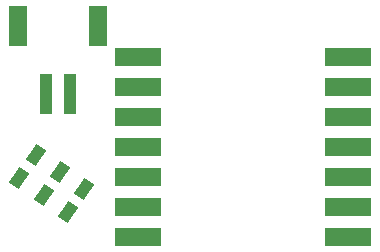
<source format=gbp>
G04*
G04 #@! TF.GenerationSoftware,Altium Limited,Altium Designer,21.8.1 (53)*
G04*
G04 Layer_Color=128*
%FSLAX25Y25*%
%MOIN*%
G70*
G04*
G04 #@! TF.SameCoordinates,890B58B6-DEF3-4EBB-B803-0FA26A9B754B*
G04*
G04*
G04 #@! TF.FilePolarity,Positive*
G04*
G01*
G75*
%ADD78R,0.05906X0.13386*%
%ADD79R,0.03937X0.13780*%
G04:AMPARAMS|DCode=80|XSize=62.99mil|YSize=39.37mil|CornerRadius=0mil|HoleSize=0mil|Usage=FLASHONLY|Rotation=55.000|XOffset=0mil|YOffset=0mil|HoleType=Round|Shape=Rectangle|*
%AMROTATEDRECTD80*
4,1,4,-0.00194,-0.03709,-0.03419,-0.01451,0.00194,0.03709,0.03419,0.01451,-0.00194,-0.03709,0.0*
%
%ADD80ROTATEDRECTD80*%

%ADD81R,0.15748X0.06000*%
D78*
X364689Y109343D02*
D03*
X338311D02*
D03*
D79*
X355437Y86705D02*
D03*
X347563D02*
D03*
D80*
X360141Y54993D02*
D03*
X352079Y60638D02*
D03*
X344016Y66284D02*
D03*
X354722Y47253D02*
D03*
X346659Y52899D02*
D03*
X338597Y58544D02*
D03*
D81*
X448000Y59000D02*
D03*
Y39000D02*
D03*
Y49000D02*
D03*
Y89000D02*
D03*
Y79000D02*
D03*
Y69000D02*
D03*
Y99000D02*
D03*
X378000D02*
D03*
Y69000D02*
D03*
Y79000D02*
D03*
Y89000D02*
D03*
Y59000D02*
D03*
Y49000D02*
D03*
Y39000D02*
D03*
M02*

</source>
